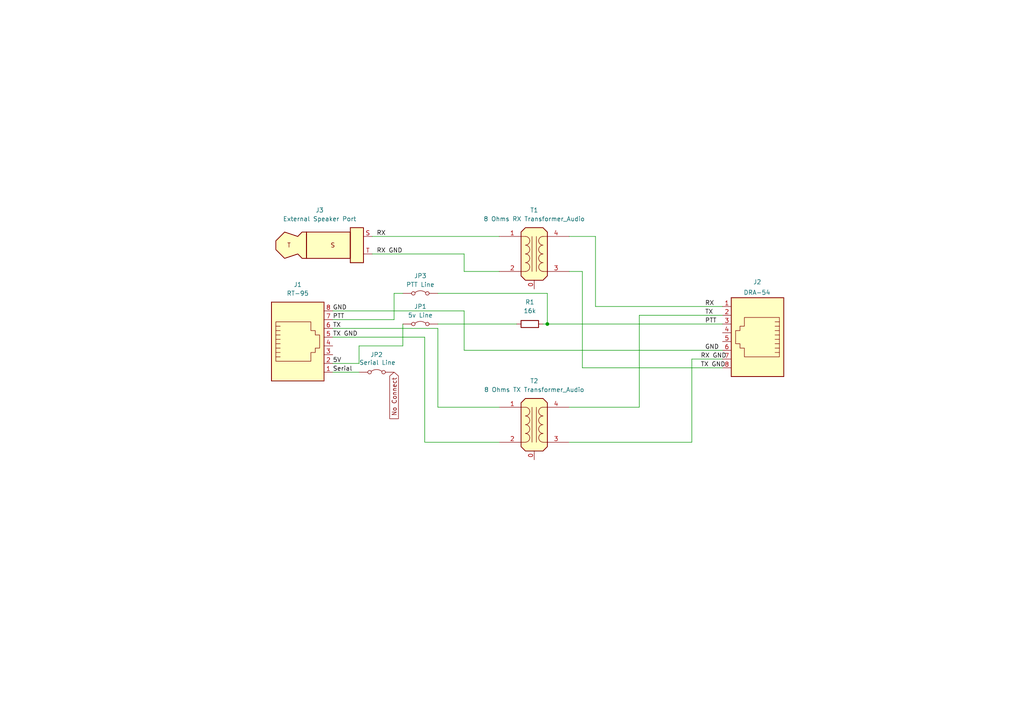
<source format=kicad_sch>
(kicad_sch
	(version 20231120)
	(generator "eeschema")
	(generator_version "8.0")
	(uuid "6dc15756-da3c-4192-ad90-485160fb1e9a")
	(paper "A4")
	(title_block
		(title "Retevis RT-95 to DRA-54 Interface")
		(date "2025-03-21")
		(rev "1")
		(company "XRS")
	)
	(lib_symbols
		(symbol "Connector:RJ45"
			(pin_names
				(offset 1.016)
			)
			(exclude_from_sim no)
			(in_bom yes)
			(on_board yes)
			(property "Reference" "J"
				(at -5.08 13.97 0)
				(effects
					(font
						(size 1.27 1.27)
					)
					(justify right)
				)
			)
			(property "Value" "RJ45"
				(at 2.54 13.97 0)
				(effects
					(font
						(size 1.27 1.27)
					)
					(justify left)
				)
			)
			(property "Footprint" ""
				(at 0 0.635 90)
				(effects
					(font
						(size 1.27 1.27)
					)
					(hide yes)
				)
			)
			(property "Datasheet" "~"
				(at 0 0.635 90)
				(effects
					(font
						(size 1.27 1.27)
					)
					(hide yes)
				)
			)
			(property "Description" "RJ connector, 8P8C (8 positions 8 connected)"
				(at 0 0 0)
				(effects
					(font
						(size 1.27 1.27)
					)
					(hide yes)
				)
			)
			(property "ki_keywords" "8P8C RJ socket connector"
				(at 0 0 0)
				(effects
					(font
						(size 1.27 1.27)
					)
					(hide yes)
				)
			)
			(property "ki_fp_filters" "8P8C* RJ31* RJ32* RJ33* RJ34* RJ35* RJ41* RJ45* RJ49* RJ61*"
				(at 0 0 0)
				(effects
					(font
						(size 1.27 1.27)
					)
					(hide yes)
				)
			)
			(symbol "RJ45_0_1"
				(polyline
					(pts
						(xy -5.08 4.445) (xy -6.35 4.445)
					)
					(stroke
						(width 0)
						(type default)
					)
					(fill
						(type none)
					)
				)
				(polyline
					(pts
						(xy -5.08 5.715) (xy -6.35 5.715)
					)
					(stroke
						(width 0)
						(type default)
					)
					(fill
						(type none)
					)
				)
				(polyline
					(pts
						(xy -6.35 -3.175) (xy -5.08 -3.175) (xy -5.08 -3.175)
					)
					(stroke
						(width 0)
						(type default)
					)
					(fill
						(type none)
					)
				)
				(polyline
					(pts
						(xy -6.35 -1.905) (xy -5.08 -1.905) (xy -5.08 -1.905)
					)
					(stroke
						(width 0)
						(type default)
					)
					(fill
						(type none)
					)
				)
				(polyline
					(pts
						(xy -6.35 -0.635) (xy -5.08 -0.635) (xy -5.08 -0.635)
					)
					(stroke
						(width 0)
						(type default)
					)
					(fill
						(type none)
					)
				)
				(polyline
					(pts
						(xy -6.35 0.635) (xy -5.08 0.635) (xy -5.08 0.635)
					)
					(stroke
						(width 0)
						(type default)
					)
					(fill
						(type none)
					)
				)
				(polyline
					(pts
						(xy -6.35 1.905) (xy -5.08 1.905) (xy -5.08 1.905)
					)
					(stroke
						(width 0)
						(type default)
					)
					(fill
						(type none)
					)
				)
				(polyline
					(pts
						(xy -5.08 3.175) (xy -6.35 3.175) (xy -6.35 3.175)
					)
					(stroke
						(width 0)
						(type default)
					)
					(fill
						(type none)
					)
				)
				(polyline
					(pts
						(xy -6.35 -4.445) (xy -6.35 6.985) (xy 3.81 6.985) (xy 3.81 4.445) (xy 5.08 4.445) (xy 5.08 3.175)
						(xy 6.35 3.175) (xy 6.35 -0.635) (xy 5.08 -0.635) (xy 5.08 -1.905) (xy 3.81 -1.905) (xy 3.81 -4.445)
						(xy -6.35 -4.445) (xy -6.35 -4.445)
					)
					(stroke
						(width 0)
						(type default)
					)
					(fill
						(type none)
					)
				)
				(rectangle
					(start 7.62 12.7)
					(end -7.62 -10.16)
					(stroke
						(width 0.254)
						(type default)
					)
					(fill
						(type background)
					)
				)
			)
			(symbol "RJ45_1_1"
				(pin passive line
					(at 10.16 -7.62 180)
					(length 2.54)
					(name "~"
						(effects
							(font
								(size 1.27 1.27)
							)
						)
					)
					(number "1"
						(effects
							(font
								(size 1.27 1.27)
							)
						)
					)
				)
				(pin passive line
					(at 10.16 -5.08 180)
					(length 2.54)
					(name "~"
						(effects
							(font
								(size 1.27 1.27)
							)
						)
					)
					(number "2"
						(effects
							(font
								(size 1.27 1.27)
							)
						)
					)
				)
				(pin passive line
					(at 10.16 -2.54 180)
					(length 2.54)
					(name "~"
						(effects
							(font
								(size 1.27 1.27)
							)
						)
					)
					(number "3"
						(effects
							(font
								(size 1.27 1.27)
							)
						)
					)
				)
				(pin passive line
					(at 10.16 0 180)
					(length 2.54)
					(name "~"
						(effects
							(font
								(size 1.27 1.27)
							)
						)
					)
					(number "4"
						(effects
							(font
								(size 1.27 1.27)
							)
						)
					)
				)
				(pin passive line
					(at 10.16 2.54 180)
					(length 2.54)
					(name "~"
						(effects
							(font
								(size 1.27 1.27)
							)
						)
					)
					(number "5"
						(effects
							(font
								(size 1.27 1.27)
							)
						)
					)
				)
				(pin passive line
					(at 10.16 5.08 180)
					(length 2.54)
					(name "~"
						(effects
							(font
								(size 1.27 1.27)
							)
						)
					)
					(number "6"
						(effects
							(font
								(size 1.27 1.27)
							)
						)
					)
				)
				(pin passive line
					(at 10.16 7.62 180)
					(length 2.54)
					(name "~"
						(effects
							(font
								(size 1.27 1.27)
							)
						)
					)
					(number "7"
						(effects
							(font
								(size 1.27 1.27)
							)
						)
					)
				)
				(pin passive line
					(at 10.16 10.16 180)
					(length 2.54)
					(name "~"
						(effects
							(font
								(size 1.27 1.27)
							)
						)
					)
					(number "8"
						(effects
							(font
								(size 1.27 1.27)
							)
						)
					)
				)
			)
		)
		(symbol "Connector_Audio:AudioPlug2"
			(exclude_from_sim no)
			(in_bom yes)
			(on_board yes)
			(property "Reference" "J"
				(at 10.16 6.35 0)
				(effects
					(font
						(size 1.27 1.27)
					)
				)
			)
			(property "Value" "AudioPlug2"
				(at 10.16 -6.35 0)
				(effects
					(font
						(size 1.27 1.27)
					)
				)
			)
			(property "Footprint" ""
				(at 8.89 -1.27 0)
				(effects
					(font
						(size 1.27 1.27)
					)
					(hide yes)
				)
			)
			(property "Datasheet" "~"
				(at 8.89 -1.27 0)
				(effects
					(font
						(size 1.27 1.27)
					)
					(hide yes)
				)
			)
			(property "Description" "Audio Jack, 2 Poles (Mono / TS)"
				(at 0 0 0)
				(effects
					(font
						(size 1.27 1.27)
					)
					(hide yes)
				)
			)
			(property "ki_keywords" "audio jack plug stereo headphones TRRS connector 2.5mm 3.5mm 6.35mm"
				(at 0 0 0)
				(effects
					(font
						(size 1.27 1.27)
					)
					(hide yes)
				)
			)
			(property "ki_fp_filters" "Plug*"
				(at 0 0 0)
				(effects
					(font
						(size 1.27 1.27)
					)
					(hide yes)
				)
			)
			(symbol "AudioPlug2_0_0"
				(text "S"
					(at 3.81 0 0)
					(effects
						(font
							(size 1.27 1.27)
						)
					)
				)
				(text "T"
					(at -8.89 0 0)
					(effects
						(font
							(size 1.27 1.27)
						)
					)
				)
			)
			(symbol "AudioPlug2_0_1"
				(rectangle
					(start -3.81 3.81)
					(end 8.89 -3.81)
					(stroke
						(width 0.254)
						(type default)
					)
					(fill
						(type background)
					)
				)
				(polyline
					(pts
						(xy -3.81 3.81) (xy -5.08 3.81) (xy -6.35 2.54) (xy -10.16 3.81) (xy -12.7 1.27) (xy -12.7 -1.27)
						(xy -10.16 -3.81) (xy -6.35 -2.54) (xy -5.08 -3.81) (xy -3.81 -3.81) (xy -3.81 3.81)
					)
					(stroke
						(width 0.254)
						(type default)
					)
					(fill
						(type background)
					)
				)
				(rectangle
					(start 12.7 5.08)
					(end 8.89 -5.08)
					(stroke
						(width 0.254)
						(type default)
					)
					(fill
						(type background)
					)
				)
			)
			(symbol "AudioPlug2_1_1"
				(pin passive line
					(at 15.24 2.54 180)
					(length 2.54)
					(name "~"
						(effects
							(font
								(size 1.27 1.27)
							)
						)
					)
					(number "S"
						(effects
							(font
								(size 1.27 1.27)
							)
						)
					)
				)
				(pin passive line
					(at 15.24 -2.54 180)
					(length 2.54)
					(name "~"
						(effects
							(font
								(size 1.27 1.27)
							)
						)
					)
					(number "T"
						(effects
							(font
								(size 1.27 1.27)
							)
						)
					)
				)
			)
		)
		(symbol "Device:R"
			(pin_numbers hide)
			(pin_names
				(offset 0)
			)
			(exclude_from_sim no)
			(in_bom yes)
			(on_board yes)
			(property "Reference" "R"
				(at 2.032 0 90)
				(effects
					(font
						(size 1.27 1.27)
					)
				)
			)
			(property "Value" "R"
				(at 0 0 90)
				(effects
					(font
						(size 1.27 1.27)
					)
				)
			)
			(property "Footprint" ""
				(at -1.778 0 90)
				(effects
					(font
						(size 1.27 1.27)
					)
					(hide yes)
				)
			)
			(property "Datasheet" "~"
				(at 0 0 0)
				(effects
					(font
						(size 1.27 1.27)
					)
					(hide yes)
				)
			)
			(property "Description" "Resistor"
				(at 0 0 0)
				(effects
					(font
						(size 1.27 1.27)
					)
					(hide yes)
				)
			)
			(property "ki_keywords" "R res resistor"
				(at 0 0 0)
				(effects
					(font
						(size 1.27 1.27)
					)
					(hide yes)
				)
			)
			(property "ki_fp_filters" "R_*"
				(at 0 0 0)
				(effects
					(font
						(size 1.27 1.27)
					)
					(hide yes)
				)
			)
			(symbol "R_0_1"
				(rectangle
					(start -1.016 -2.54)
					(end 1.016 2.54)
					(stroke
						(width 0.254)
						(type default)
					)
					(fill
						(type none)
					)
				)
			)
			(symbol "R_1_1"
				(pin passive line
					(at 0 3.81 270)
					(length 1.27)
					(name "~"
						(effects
							(font
								(size 1.27 1.27)
							)
						)
					)
					(number "1"
						(effects
							(font
								(size 1.27 1.27)
							)
						)
					)
				)
				(pin passive line
					(at 0 -3.81 90)
					(length 1.27)
					(name "~"
						(effects
							(font
								(size 1.27 1.27)
							)
						)
					)
					(number "2"
						(effects
							(font
								(size 1.27 1.27)
							)
						)
					)
				)
			)
		)
		(symbol "Device:Transformer_Audio"
			(pin_names
				(offset 1.016) hide)
			(exclude_from_sim no)
			(in_bom yes)
			(on_board yes)
			(property "Reference" "T"
				(at 0 11.684 0)
				(effects
					(font
						(size 1.27 1.27)
					)
				)
			)
			(property "Value" "Transformer_Audio"
				(at 0.254 9.398 0)
				(effects
					(font
						(size 1.27 1.27)
					)
				)
			)
			(property "Footprint" ""
				(at 0 0 0)
				(effects
					(font
						(size 1.27 1.27)
					)
					(hide yes)
				)
			)
			(property "Datasheet" "~"
				(at 0 0 0)
				(effects
					(font
						(size 1.27 1.27)
					)
					(hide yes)
				)
			)
			(property "Description" "Audio transformer"
				(at 0 0 0)
				(effects
					(font
						(size 1.27 1.27)
					)
					(hide yes)
				)
			)
			(property "ki_keywords" "transformer coil magnet sound"
				(at 0 0 0)
				(effects
					(font
						(size 1.27 1.27)
					)
					(hide yes)
				)
			)
			(symbol "Transformer_Audio_0_1"
				(arc
					(start -2.54 -5.0546)
					(mid -1.6599 -4.6901)
					(end -1.27 -3.81)
					(stroke
						(width 0)
						(type default)
					)
					(fill
						(type none)
					)
				)
				(arc
					(start -2.54 -2.5146)
					(mid -1.6599 -2.1501)
					(end -1.27 -1.27)
					(stroke
						(width 0)
						(type default)
					)
					(fill
						(type none)
					)
				)
				(arc
					(start -2.54 0.0254)
					(mid -1.6599 0.3899)
					(end -1.27 1.27)
					(stroke
						(width 0)
						(type default)
					)
					(fill
						(type none)
					)
				)
				(arc
					(start -2.54 2.5654)
					(mid -1.6599 2.9299)
					(end -1.27 3.81)
					(stroke
						(width 0)
						(type default)
					)
					(fill
						(type none)
					)
				)
				(arc
					(start -1.27 -3.81)
					(mid -1.642 -2.912)
					(end -2.54 -2.54)
					(stroke
						(width 0)
						(type default)
					)
					(fill
						(type none)
					)
				)
				(arc
					(start -1.27 -1.27)
					(mid -1.642 -0.372)
					(end -2.54 0)
					(stroke
						(width 0)
						(type default)
					)
					(fill
						(type none)
					)
				)
				(arc
					(start -1.27 1.27)
					(mid -1.642 2.168)
					(end -2.54 2.54)
					(stroke
						(width 0)
						(type default)
					)
					(fill
						(type none)
					)
				)
				(arc
					(start -1.27 3.81)
					(mid -1.642 4.708)
					(end -2.54 5.08)
					(stroke
						(width 0)
						(type default)
					)
					(fill
						(type none)
					)
				)
				(polyline
					(pts
						(xy -0.635 5.08) (xy -0.635 -5.08)
					)
					(stroke
						(width 0)
						(type default)
					)
					(fill
						(type none)
					)
				)
				(polyline
					(pts
						(xy 0.635 -5.08) (xy 0.635 5.08)
					)
					(stroke
						(width 0)
						(type default)
					)
					(fill
						(type none)
					)
				)
				(polyline
					(pts
						(xy -3.81 6.35) (xy -2.54 7.62) (xy 2.54 7.62) (xy 3.81 6.35) (xy 3.81 -6.35) (xy 2.54 -7.62)
						(xy -2.54 -7.62) (xy -3.81 -6.35) (xy -3.81 6.35)
					)
					(stroke
						(width 0.254)
						(type default)
					)
					(fill
						(type background)
					)
				)
				(arc
					(start 1.2954 -1.27)
					(mid 1.6599 -2.1501)
					(end 2.54 -2.5146)
					(stroke
						(width 0)
						(type default)
					)
					(fill
						(type none)
					)
				)
				(arc
					(start 1.2954 1.27)
					(mid 1.6599 0.3899)
					(end 2.54 0.0254)
					(stroke
						(width 0)
						(type default)
					)
					(fill
						(type none)
					)
				)
				(arc
					(start 1.2954 3.81)
					(mid 1.6599 2.9299)
					(end 2.54 2.5654)
					(stroke
						(width 0)
						(type default)
					)
					(fill
						(type none)
					)
				)
				(arc
					(start 1.3208 -3.81)
					(mid 1.6853 -4.6901)
					(end 2.5654 -5.0546)
					(stroke
						(width 0)
						(type default)
					)
					(fill
						(type none)
					)
				)
				(arc
					(start 2.54 0)
					(mid 1.642 -0.372)
					(end 1.2954 -1.27)
					(stroke
						(width 0)
						(type default)
					)
					(fill
						(type none)
					)
				)
				(arc
					(start 2.54 2.54)
					(mid 1.642 2.168)
					(end 1.2954 1.27)
					(stroke
						(width 0)
						(type default)
					)
					(fill
						(type none)
					)
				)
				(arc
					(start 2.54 5.08)
					(mid 1.642 4.708)
					(end 1.2954 3.81)
					(stroke
						(width 0)
						(type default)
					)
					(fill
						(type none)
					)
				)
				(arc
					(start 2.5654 -2.54)
					(mid 1.6674 -2.912)
					(end 1.3208 -3.81)
					(stroke
						(width 0)
						(type default)
					)
					(fill
						(type none)
					)
				)
			)
			(symbol "Transformer_Audio_1_1"
				(pin input line
					(at 0 -10.16 90)
					(length 2.54)
					(name "~"
						(effects
							(font
								(size 1.27 1.27)
							)
						)
					)
					(number "0"
						(effects
							(font
								(size 1.27 1.27)
							)
						)
					)
				)
				(pin passive line
					(at -10.16 5.08 0)
					(length 7.62)
					(name "AA"
						(effects
							(font
								(size 1.27 1.27)
							)
						)
					)
					(number "1"
						(effects
							(font
								(size 1.27 1.27)
							)
						)
					)
				)
				(pin passive line
					(at -10.16 -5.08 0)
					(length 7.62)
					(name "AB"
						(effects
							(font
								(size 1.27 1.27)
							)
						)
					)
					(number "2"
						(effects
							(font
								(size 1.27 1.27)
							)
						)
					)
				)
				(pin passive line
					(at 10.16 -5.08 180)
					(length 7.62)
					(name "SA"
						(effects
							(font
								(size 1.27 1.27)
							)
						)
					)
					(number "3"
						(effects
							(font
								(size 1.27 1.27)
							)
						)
					)
				)
				(pin passive line
					(at 10.16 5.08 180)
					(length 7.62)
					(name "SB"
						(effects
							(font
								(size 1.27 1.27)
							)
						)
					)
					(number "4"
						(effects
							(font
								(size 1.27 1.27)
							)
						)
					)
				)
			)
		)
		(symbol "Jumper:Jumper_2_Bridged"
			(pin_numbers hide)
			(pin_names
				(offset 0) hide)
			(exclude_from_sim yes)
			(in_bom yes)
			(on_board yes)
			(property "Reference" "JP"
				(at 0 1.905 0)
				(effects
					(font
						(size 1.27 1.27)
					)
				)
			)
			(property "Value" "Jumper_2_Bridged"
				(at 0 -2.54 0)
				(effects
					(font
						(size 1.27 1.27)
					)
				)
			)
			(property "Footprint" ""
				(at 0 0 0)
				(effects
					(font
						(size 1.27 1.27)
					)
					(hide yes)
				)
			)
			(property "Datasheet" "~"
				(at 0 0 0)
				(effects
					(font
						(size 1.27 1.27)
					)
					(hide yes)
				)
			)
			(property "Description" "Jumper, 2-pole, closed/bridged"
				(at 0 0 0)
				(effects
					(font
						(size 1.27 1.27)
					)
					(hide yes)
				)
			)
			(property "ki_keywords" "Jumper SPST"
				(at 0 0 0)
				(effects
					(font
						(size 1.27 1.27)
					)
					(hide yes)
				)
			)
			(property "ki_fp_filters" "Jumper* TestPoint*2Pads* TestPoint*Bridge*"
				(at 0 0 0)
				(effects
					(font
						(size 1.27 1.27)
					)
					(hide yes)
				)
			)
			(symbol "Jumper_2_Bridged_0_0"
				(circle
					(center -2.032 0)
					(radius 0.508)
					(stroke
						(width 0)
						(type default)
					)
					(fill
						(type none)
					)
				)
				(circle
					(center 2.032 0)
					(radius 0.508)
					(stroke
						(width 0)
						(type default)
					)
					(fill
						(type none)
					)
				)
			)
			(symbol "Jumper_2_Bridged_0_1"
				(arc
					(start 1.524 0.254)
					(mid 0 0.762)
					(end -1.524 0.254)
					(stroke
						(width 0)
						(type default)
					)
					(fill
						(type none)
					)
				)
			)
			(symbol "Jumper_2_Bridged_1_1"
				(pin passive line
					(at -5.08 0 0)
					(length 2.54)
					(name "A"
						(effects
							(font
								(size 1.27 1.27)
							)
						)
					)
					(number "1"
						(effects
							(font
								(size 1.27 1.27)
							)
						)
					)
				)
				(pin passive line
					(at 5.08 0 180)
					(length 2.54)
					(name "B"
						(effects
							(font
								(size 1.27 1.27)
							)
						)
					)
					(number "2"
						(effects
							(font
								(size 1.27 1.27)
							)
						)
					)
				)
			)
		)
	)
	(junction
		(at 158.75 93.98)
		(diameter 0)
		(color 0 0 0 0)
		(uuid "998ac2b6-0387-4074-b90f-11fd805516c9")
	)
	(wire
		(pts
			(xy 96.52 97.79) (xy 123.19 97.79)
		)
		(stroke
			(width 0)
			(type default)
		)
		(uuid "04e8c63d-753d-46de-8c23-244060755b41")
	)
	(wire
		(pts
			(xy 104.14 100.33) (xy 116.84 100.33)
		)
		(stroke
			(width 0)
			(type default)
		)
		(uuid "050c7184-95ab-4dbe-8db1-f3afad8f9156")
	)
	(wire
		(pts
			(xy 127 95.25) (xy 127 118.11)
		)
		(stroke
			(width 0)
			(type default)
		)
		(uuid "0e1a1774-3360-4c11-bcca-e3ba6ee792c8")
	)
	(wire
		(pts
			(xy 165.1 78.74) (xy 168.91 78.74)
		)
		(stroke
			(width 0)
			(type default)
		)
		(uuid "0e2623ed-3940-4507-ab46-513331a674e2")
	)
	(wire
		(pts
			(xy 96.52 107.95) (xy 104.14 107.95)
		)
		(stroke
			(width 0)
			(type default)
		)
		(uuid "2aa72e32-12db-4486-81d3-5743dd3eb8b4")
	)
	(wire
		(pts
			(xy 209.55 88.9) (xy 172.72 88.9)
		)
		(stroke
			(width 0)
			(type default)
		)
		(uuid "3d9170da-e54d-4184-88d4-abecaaa59b78")
	)
	(wire
		(pts
			(xy 134.62 78.74) (xy 144.78 78.74)
		)
		(stroke
			(width 0)
			(type default)
		)
		(uuid "3e970ef6-757f-4eaa-a1ac-26a8a62e654a")
	)
	(wire
		(pts
			(xy 185.42 91.44) (xy 209.55 91.44)
		)
		(stroke
			(width 0)
			(type default)
		)
		(uuid "477c1999-3c09-4846-a5dd-24e774685b00")
	)
	(wire
		(pts
			(xy 158.75 85.09) (xy 158.75 93.98)
		)
		(stroke
			(width 0)
			(type default)
		)
		(uuid "49012201-8001-4dab-92e5-19d83fbe6fdf")
	)
	(wire
		(pts
			(xy 96.52 92.71) (xy 114.3 92.71)
		)
		(stroke
			(width 0)
			(type default)
		)
		(uuid "4af953fc-5107-4b95-a587-80003fafd7ce")
	)
	(wire
		(pts
			(xy 96.52 90.17) (xy 134.62 90.17)
		)
		(stroke
			(width 0)
			(type default)
		)
		(uuid "4d6f7713-dd89-4391-bc02-926550ccf8b5")
	)
	(wire
		(pts
			(xy 96.52 95.25) (xy 127 95.25)
		)
		(stroke
			(width 0)
			(type default)
		)
		(uuid "4f2f05e9-da93-4236-98f6-1db30bee43e4")
	)
	(wire
		(pts
			(xy 107.95 73.66) (xy 134.62 73.66)
		)
		(stroke
			(width 0)
			(type default)
		)
		(uuid "4f394a11-43c6-42df-a0b7-d769476ba92f")
	)
	(wire
		(pts
			(xy 134.62 73.66) (xy 134.62 78.74)
		)
		(stroke
			(width 0)
			(type default)
		)
		(uuid "576edfe5-5b7f-4fe3-82b1-30fbf9cd8798")
	)
	(wire
		(pts
			(xy 134.62 101.6) (xy 209.55 101.6)
		)
		(stroke
			(width 0)
			(type default)
		)
		(uuid "5d01fda7-8582-4fb3-9e9a-7a7f3f5998ae")
	)
	(wire
		(pts
			(xy 172.72 88.9) (xy 172.72 68.58)
		)
		(stroke
			(width 0)
			(type default)
		)
		(uuid "5ee17e38-e88f-4c04-b9ab-051425cf0476")
	)
	(wire
		(pts
			(xy 168.91 106.68) (xy 209.55 106.68)
		)
		(stroke
			(width 0)
			(type default)
		)
		(uuid "61606b49-1cdd-426b-87e9-23a400af713c")
	)
	(wire
		(pts
			(xy 168.91 78.74) (xy 168.91 106.68)
		)
		(stroke
			(width 0)
			(type default)
		)
		(uuid "6e40f058-235d-429b-a171-ec3cfe6ba23c")
	)
	(wire
		(pts
			(xy 116.84 100.33) (xy 116.84 93.98)
		)
		(stroke
			(width 0)
			(type default)
		)
		(uuid "785fb635-0746-4a45-9e4c-a43369204026")
	)
	(wire
		(pts
			(xy 114.3 92.71) (xy 114.3 85.09)
		)
		(stroke
			(width 0)
			(type default)
		)
		(uuid "85693d80-32c7-4de1-a3ea-c4608ccf2ff1")
	)
	(wire
		(pts
			(xy 200.66 128.27) (xy 200.66 104.14)
		)
		(stroke
			(width 0)
			(type default)
		)
		(uuid "85d91d2d-9b00-45ab-a7ef-b2990ae92149")
	)
	(wire
		(pts
			(xy 158.75 93.98) (xy 209.55 93.98)
		)
		(stroke
			(width 0)
			(type default)
		)
		(uuid "8738a591-21f1-4343-b795-592e3ba1eca9")
	)
	(wire
		(pts
			(xy 114.3 85.09) (xy 116.84 85.09)
		)
		(stroke
			(width 0)
			(type default)
		)
		(uuid "9784c7c8-e4f3-4b0b-89f7-9ce42f30c2c5")
	)
	(wire
		(pts
			(xy 123.19 97.79) (xy 123.19 128.27)
		)
		(stroke
			(width 0)
			(type default)
		)
		(uuid "982e6669-3c69-40d8-9821-b4c6ac367b39")
	)
	(wire
		(pts
			(xy 165.1 128.27) (xy 200.66 128.27)
		)
		(stroke
			(width 0)
			(type default)
		)
		(uuid "9904d6eb-4358-4b30-9dfc-c2e4cd36e8de")
	)
	(wire
		(pts
			(xy 96.52 105.41) (xy 104.14 105.41)
		)
		(stroke
			(width 0)
			(type default)
		)
		(uuid "9fc28aa0-74f8-4804-9904-ec7044b83e8d")
	)
	(wire
		(pts
			(xy 107.95 68.58) (xy 144.78 68.58)
		)
		(stroke
			(width 0)
			(type default)
		)
		(uuid "b23b311f-705d-4693-8be1-4205174929a5")
	)
	(wire
		(pts
			(xy 127 118.11) (xy 144.78 118.11)
		)
		(stroke
			(width 0)
			(type default)
		)
		(uuid "b6d8acbc-0a96-4b22-86f3-c47c89615eaa")
	)
	(wire
		(pts
			(xy 165.1 118.11) (xy 185.42 118.11)
		)
		(stroke
			(width 0)
			(type default)
		)
		(uuid "bdbafc44-4f4b-4319-9bfb-d57dec1fb6be")
	)
	(wire
		(pts
			(xy 134.62 101.6) (xy 134.62 90.17)
		)
		(stroke
			(width 0)
			(type default)
		)
		(uuid "c3607cfc-44a8-4296-9476-968a33e7f8c1")
	)
	(wire
		(pts
			(xy 157.48 93.98) (xy 158.75 93.98)
		)
		(stroke
			(width 0)
			(type default)
		)
		(uuid "d54888f5-3df1-474c-8cf5-4a08922c78e9")
	)
	(wire
		(pts
			(xy 127 93.98) (xy 149.86 93.98)
		)
		(stroke
			(width 0)
			(type default)
		)
		(uuid "d9d3e797-16bd-4202-81f8-71882374c103")
	)
	(wire
		(pts
			(xy 123.19 128.27) (xy 144.78 128.27)
		)
		(stroke
			(width 0)
			(type default)
		)
		(uuid "de9ead35-550e-4753-b576-66b723d54df9")
	)
	(wire
		(pts
			(xy 185.42 118.11) (xy 185.42 91.44)
		)
		(stroke
			(width 0)
			(type default)
		)
		(uuid "df8b0528-5514-4938-94c5-91159bb78628")
	)
	(wire
		(pts
			(xy 200.66 104.14) (xy 209.55 104.14)
		)
		(stroke
			(width 0)
			(type default)
		)
		(uuid "ea44ef6f-61bc-4abe-a3ea-339184e03e22")
	)
	(wire
		(pts
			(xy 104.14 105.41) (xy 104.14 100.33)
		)
		(stroke
			(width 0)
			(type default)
		)
		(uuid "ee173569-eca0-46ed-8641-84a118551272")
	)
	(wire
		(pts
			(xy 165.1 68.58) (xy 172.72 68.58)
		)
		(stroke
			(width 0)
			(type default)
		)
		(uuid "f50f5112-a631-4019-ba74-e5f070e89afc")
	)
	(wire
		(pts
			(xy 127 85.09) (xy 158.75 85.09)
		)
		(stroke
			(width 0)
			(type default)
		)
		(uuid "fbedd6f1-b4b9-4f00-bc62-4515e0dbe818")
	)
	(label "RX GND"
		(at 109.22 73.66 0)
		(fields_autoplaced yes)
		(effects
			(font
				(size 1.27 1.27)
			)
			(justify left bottom)
		)
		(uuid "07deec7e-b417-42c5-97e6-3213f7e33ac4")
	)
	(label "PTT"
		(at 96.52 92.71 0)
		(fields_autoplaced yes)
		(effects
			(font
				(size 1.27 1.27)
			)
			(justify left bottom)
		)
		(uuid "11d79bd9-c885-4808-b4bd-d54093b1da30")
	)
	(label "TX GND"
		(at 203.2 106.68 0)
		(fields_autoplaced yes)
		(effects
			(font
				(size 1.27 1.27)
			)
			(justify left bottom)
		)
		(uuid "1a83570f-68f2-4fd4-9a2a-0f33a1c16130")
	)
	(label "RX GND"
		(at 203.2 104.14 0)
		(fields_autoplaced yes)
		(effects
			(font
				(size 1.27 1.27)
			)
			(justify left bottom)
		)
		(uuid "248065c2-47ef-418f-b9f6-05a5117b4daa")
	)
	(label "RX"
		(at 109.22 68.58 0)
		(fields_autoplaced yes)
		(effects
			(font
				(size 1.27 1.27)
			)
			(justify left bottom)
		)
		(uuid "2eb3f7db-8a56-4ff6-9bb4-d7f6ba3e16a2")
	)
	(label "5V"
		(at 96.52 105.41 0)
		(fields_autoplaced yes)
		(effects
			(font
				(size 1.27 1.27)
			)
			(justify left bottom)
		)
		(uuid "2ec99499-9ea8-486d-8a65-207413ffe9a7")
	)
	(label "TX"
		(at 204.47 91.44 0)
		(fields_autoplaced yes)
		(effects
			(font
				(size 1.27 1.27)
			)
			(justify left bottom)
		)
		(uuid "4edffcbc-2e28-4544-b77c-16b7035d16f4")
	)
	(label "TX"
		(at 96.52 95.25 0)
		(fields_autoplaced yes)
		(effects
			(font
				(size 1.27 1.27)
			)
			(justify left bottom)
		)
		(uuid "7d72b3e3-0d2e-479f-8887-3a3b0997cee5")
	)
	(label "Serial"
		(at 96.52 107.95 0)
		(fields_autoplaced yes)
		(effects
			(font
				(size 1.27 1.27)
			)
			(justify left bottom)
		)
		(uuid "a4f8ff4f-c362-40ea-b415-48a0fa507bc1")
	)
	(label "TX GND"
		(at 96.52 97.79 0)
		(fields_autoplaced yes)
		(effects
			(font
				(size 1.27 1.27)
			)
			(justify left bottom)
		)
		(uuid "ac1ab8a7-5e98-4028-a434-281846ed3761")
	)
	(label "GND"
		(at 96.52 90.17 0)
		(fields_autoplaced yes)
		(effects
			(font
				(size 1.27 1.27)
			)
			(justify left bottom)
		)
		(uuid "ac7ac4e6-139b-4749-90de-01980c998493")
	)
	(label "RX"
		(at 204.47 88.9 0)
		(fields_autoplaced yes)
		(effects
			(font
				(size 1.27 1.27)
			)
			(justify left bottom)
		)
		(uuid "b7ff734e-abfa-4097-876a-d99a4e9426f5")
	)
	(label "GND"
		(at 204.47 101.6 0)
		(fields_autoplaced yes)
		(effects
			(font
				(size 1.27 1.27)
			)
			(justify left bottom)
		)
		(uuid "b8f87afa-3b39-4852-9ee6-16bd26cfa132")
	)
	(label "PTT"
		(at 204.47 93.98 0)
		(fields_autoplaced yes)
		(effects
			(font
				(size 1.27 1.27)
			)
			(justify left bottom)
		)
		(uuid "ee317c54-c91f-43a0-bb1b-9853b111149f")
	)
	(global_label "No Connect"
		(shape input)
		(at 114.3 107.95 270)
		(fields_autoplaced yes)
		(effects
			(font
				(size 1.27 1.27)
			)
			(justify right)
		)
		(uuid "b2e72077-9d0f-4ce4-afe4-8d1551e73a9c")
		(property "Intersheetrefs" "${INTERSHEET_REFS}"
			(at 114.3 122.0022 90)
			(effects
				(font
					(size 1.27 1.27)
				)
				(justify right)
				(hide yes)
			)
		)
	)
	(symbol
		(lib_id "Device:Transformer_Audio")
		(at 154.94 73.66 0)
		(unit 1)
		(exclude_from_sim no)
		(in_bom yes)
		(on_board yes)
		(dnp no)
		(fields_autoplaced yes)
		(uuid "4d5dd004-5569-4374-8d08-1d0518b7c098")
		(property "Reference" "T1"
			(at 154.94 60.96 0)
			(effects
				(font
					(size 1.27 1.27)
				)
			)
		)
		(property "Value" "8 Ohms RX Transformer_Audio"
			(at 154.94 63.5 0)
			(effects
				(font
					(size 1.27 1.27)
				)
			)
		)
		(property "Footprint" ""
			(at 154.94 73.66 0)
			(effects
				(font
					(size 1.27 1.27)
				)
				(hide yes)
			)
		)
		(property "Datasheet" "~"
			(at 154.94 73.66 0)
			(effects
				(font
					(size 1.27 1.27)
				)
				(hide yes)
			)
		)
		(property "Description" "Audio transformer"
			(at 154.94 73.66 0)
			(effects
				(font
					(size 1.27 1.27)
				)
				(hide yes)
			)
		)
		(pin "3"
			(uuid "2c62deed-11cc-44ae-aa92-775ad838239d")
		)
		(pin "4"
			(uuid "8b591dcf-7cb5-458c-a48f-fe049ac6553e")
		)
		(pin "0"
			(uuid "ad7c3674-88c2-45c1-8913-6a1bd26fadc1")
		)
		(pin "1"
			(uuid "513b7807-aa4a-472d-bdd3-fffafad2adbe")
		)
		(pin "2"
			(uuid "18552049-0387-4f43-a1dc-c8bc3b8e1c9d")
		)
		(instances
			(project ""
				(path "/6dc15756-da3c-4192-ad90-485160fb1e9a"
					(reference "T1")
					(unit 1)
				)
			)
		)
	)
	(symbol
		(lib_id "Connector_Audio:AudioPlug2")
		(at 92.71 71.12 0)
		(unit 1)
		(exclude_from_sim no)
		(in_bom yes)
		(on_board yes)
		(dnp no)
		(fields_autoplaced yes)
		(uuid "7d46cdb1-1f90-4889-a0aa-0fa7a5f0da1f")
		(property "Reference" "J3"
			(at 92.71 60.96 0)
			(effects
				(font
					(size 1.27 1.27)
				)
			)
		)
		(property "Value" "External Speaker Port"
			(at 92.71 63.5 0)
			(effects
				(font
					(size 1.27 1.27)
				)
			)
		)
		(property "Footprint" ""
			(at 101.6 72.39 0)
			(effects
				(font
					(size 1.27 1.27)
				)
				(hide yes)
			)
		)
		(property "Datasheet" "~"
			(at 101.6 72.39 0)
			(effects
				(font
					(size 1.27 1.27)
				)
				(hide yes)
			)
		)
		(property "Description" "Audio Jack, 2 Poles (Mono / TS)"
			(at 92.71 71.12 0)
			(effects
				(font
					(size 1.27 1.27)
				)
				(hide yes)
			)
		)
		(pin "S"
			(uuid "640b5adb-80d6-407f-92d1-4c9c60f2c30b")
		)
		(pin "T"
			(uuid "e45d7150-638f-447f-ae6d-c09aa5a3cebd")
		)
		(instances
			(project ""
				(path "/6dc15756-da3c-4192-ad90-485160fb1e9a"
					(reference "J3")
					(unit 1)
				)
			)
		)
	)
	(symbol
		(lib_id "Device:Transformer_Audio")
		(at 154.94 123.19 0)
		(unit 1)
		(exclude_from_sim no)
		(in_bom yes)
		(on_board yes)
		(dnp no)
		(fields_autoplaced yes)
		(uuid "7fae8425-adf2-4cf4-a903-6612c0950c76")
		(property "Reference" "T2"
			(at 154.94 110.49 0)
			(effects
				(font
					(size 1.27 1.27)
				)
			)
		)
		(property "Value" "8 Ohms TX Transformer_Audio"
			(at 154.94 113.03 0)
			(effects
				(font
					(size 1.27 1.27)
				)
			)
		)
		(property "Footprint" ""
			(at 154.94 123.19 0)
			(effects
				(font
					(size 1.27 1.27)
				)
				(hide yes)
			)
		)
		(property "Datasheet" "~"
			(at 154.94 123.19 0)
			(effects
				(font
					(size 1.27 1.27)
				)
				(hide yes)
			)
		)
		(property "Description" "Audio transformer"
			(at 154.94 123.19 0)
			(effects
				(font
					(size 1.27 1.27)
				)
				(hide yes)
			)
		)
		(pin "3"
			(uuid "58dff43e-22ca-42b8-b116-9c2a9cc9ef10")
		)
		(pin "4"
			(uuid "bee353db-2259-4500-a9f2-192ea73f96fb")
		)
		(pin "0"
			(uuid "62618cf5-f523-4554-806e-f326cc3d99f1")
		)
		(pin "1"
			(uuid "3a7cfe88-7cdb-491c-9aa0-3b19733c53e9")
		)
		(pin "2"
			(uuid "b63093df-c78f-4f08-91a2-0ab5576246e4")
		)
		(instances
			(project "RT-95interface"
				(path "/6dc15756-da3c-4192-ad90-485160fb1e9a"
					(reference "T2")
					(unit 1)
				)
			)
		)
	)
	(symbol
		(lib_id "Connector:RJ45")
		(at 86.36 100.33 0)
		(unit 1)
		(exclude_from_sim no)
		(in_bom yes)
		(on_board yes)
		(dnp no)
		(fields_autoplaced yes)
		(uuid "8116c3a8-77f7-4d31-aa40-786d150f503d")
		(property "Reference" "J1"
			(at 86.36 82.55 0)
			(effects
				(font
					(size 1.27 1.27)
				)
			)
		)
		(property "Value" "RT-95"
			(at 86.36 85.09 0)
			(effects
				(font
					(size 1.27 1.27)
				)
			)
		)
		(property "Footprint" ""
			(at 86.36 99.695 90)
			(effects
				(font
					(size 1.27 1.27)
				)
				(hide yes)
			)
		)
		(property "Datasheet" "~"
			(at 86.36 99.695 90)
			(effects
				(font
					(size 1.27 1.27)
				)
				(hide yes)
			)
		)
		(property "Description" "RJ connector, 8P8C (8 positions 8 connected)"
			(at 86.36 100.33 0)
			(effects
				(font
					(size 1.27 1.27)
				)
				(hide yes)
			)
		)
		(pin "3"
			(uuid "35af77c8-d809-4fe3-8f2a-152f270aea49")
		)
		(pin "6"
			(uuid "292bcedd-3bc9-4074-8884-b9e934f03c20")
		)
		(pin "8"
			(uuid "6b94b7fe-9f0c-4a82-bc6a-d93f54f6e835")
		)
		(pin "7"
			(uuid "56326cb3-a406-47cf-a788-012c9dd366ee")
		)
		(pin "4"
			(uuid "5cadaf9c-6e9b-4092-9bf8-f3c3c09ca25e")
		)
		(pin "5"
			(uuid "9291b7cb-950a-4131-a92d-4b5cd1d7d89c")
		)
		(pin "1"
			(uuid "0c93af8a-d6f8-4a87-8581-0efa3d6e113b")
		)
		(pin "2"
			(uuid "b5a7edb6-81c8-4ecd-bfdf-82f3f02723e9")
		)
		(instances
			(project ""
				(path "/6dc15756-da3c-4192-ad90-485160fb1e9a"
					(reference "J1")
					(unit 1)
				)
			)
		)
	)
	(symbol
		(lib_id "Device:R")
		(at 153.67 93.98 90)
		(unit 1)
		(exclude_from_sim no)
		(in_bom yes)
		(on_board yes)
		(dnp no)
		(fields_autoplaced yes)
		(uuid "8b6c50f2-08a8-4eb5-a623-7a9e2014fba0")
		(property "Reference" "R1"
			(at 153.67 87.63 90)
			(effects
				(font
					(size 1.27 1.27)
				)
			)
		)
		(property "Value" "16k"
			(at 153.67 90.17 90)
			(effects
				(font
					(size 1.27 1.27)
				)
			)
		)
		(property "Footprint" ""
			(at 153.67 95.758 90)
			(effects
				(font
					(size 1.27 1.27)
				)
				(hide yes)
			)
		)
		(property "Datasheet" "~"
			(at 153.67 93.98 0)
			(effects
				(font
					(size 1.27 1.27)
				)
				(hide yes)
			)
		)
		(property "Description" "Resistor"
			(at 153.67 93.98 0)
			(effects
				(font
					(size 1.27 1.27)
				)
				(hide yes)
			)
		)
		(pin "1"
			(uuid "d656ab41-ac58-48c6-87e9-b60dc9d1d639")
		)
		(pin "2"
			(uuid "84c40b86-02dc-42f2-b7f5-7db8f92d4ba4")
		)
		(instances
			(project ""
				(path "/6dc15756-da3c-4192-ad90-485160fb1e9a"
					(reference "R1")
					(unit 1)
				)
			)
		)
	)
	(symbol
		(lib_id "Jumper:Jumper_2_Bridged")
		(at 121.92 93.98 0)
		(unit 1)
		(exclude_from_sim yes)
		(in_bom yes)
		(on_board yes)
		(dnp no)
		(fields_autoplaced yes)
		(uuid "a6c7dd6e-1c5f-4d4b-ab6b-62be3c302c4b")
		(property "Reference" "JP1"
			(at 121.92 88.9 0)
			(effects
				(font
					(size 1.27 1.27)
				)
			)
		)
		(property "Value" "5v Line"
			(at 121.92 91.44 0)
			(effects
				(font
					(size 1.27 1.27)
				)
			)
		)
		(property "Footprint" ""
			(at 121.92 93.98 0)
			(effects
				(font
					(size 1.27 1.27)
				)
				(hide yes)
			)
		)
		(property "Datasheet" "~"
			(at 121.92 93.98 0)
			(effects
				(font
					(size 1.27 1.27)
				)
				(hide yes)
			)
		)
		(property "Description" "Jumper, 2-pole, closed/bridged"
			(at 121.92 93.98 0)
			(effects
				(font
					(size 1.27 1.27)
				)
				(hide yes)
			)
		)
		(pin "2"
			(uuid "dbd181ac-07f4-44df-ba1e-00206b5b9bc5")
		)
		(pin "1"
			(uuid "59eaeec2-5787-4cb3-8423-2f0173c860d7")
		)
		(instances
			(project ""
				(path "/6dc15756-da3c-4192-ad90-485160fb1e9a"
					(reference "JP1")
					(unit 1)
				)
			)
		)
	)
	(symbol
		(lib_id "Jumper:Jumper_2_Bridged")
		(at 109.22 107.95 0)
		(unit 1)
		(exclude_from_sim yes)
		(in_bom yes)
		(on_board yes)
		(dnp no)
		(uuid "c1d45c0d-5769-4506-9cdc-123f4be587b9")
		(property "Reference" "JP2"
			(at 109.22 102.87 0)
			(effects
				(font
					(size 1.27 1.27)
				)
			)
		)
		(property "Value" "Serial Line"
			(at 109.474 105.156 0)
			(effects
				(font
					(size 1.27 1.27)
				)
			)
		)
		(property "Footprint" ""
			(at 109.22 107.95 0)
			(effects
				(font
					(size 1.27 1.27)
				)
				(hide yes)
			)
		)
		(property "Datasheet" "~"
			(at 109.22 107.95 0)
			(effects
				(font
					(size 1.27 1.27)
				)
				(hide yes)
			)
		)
		(property "Description" "Jumper, 2-pole, closed/bridged"
			(at 109.22 107.95 0)
			(effects
				(font
					(size 1.27 1.27)
				)
				(hide yes)
			)
		)
		(pin "2"
			(uuid "757b0330-dc7a-42ef-bde6-12a98c5f4113")
		)
		(pin "1"
			(uuid "12e6abbb-7cfe-446f-8bce-33cd343daba9")
		)
		(instances
			(project "RT-95interface"
				(path "/6dc15756-da3c-4192-ad90-485160fb1e9a"
					(reference "JP2")
					(unit 1)
				)
			)
		)
	)
	(symbol
		(lib_id "Jumper:Jumper_2_Bridged")
		(at 121.92 85.09 0)
		(unit 1)
		(exclude_from_sim yes)
		(in_bom yes)
		(on_board yes)
		(dnp no)
		(fields_autoplaced yes)
		(uuid "cf9f2741-11cd-43df-84b3-4af926082109")
		(property "Reference" "JP3"
			(at 121.92 80.01 0)
			(effects
				(font
					(size 1.27 1.27)
				)
			)
		)
		(property "Value" "PTT Line"
			(at 121.92 82.55 0)
			(effects
				(font
					(size 1.27 1.27)
				)
			)
		)
		(property "Footprint" ""
			(at 121.92 85.09 0)
			(effects
				(font
					(size 1.27 1.27)
				)
				(hide yes)
			)
		)
		(property "Datasheet" "~"
			(at 121.92 85.09 0)
			(effects
				(font
					(size 1.27 1.27)
				)
				(hide yes)
			)
		)
		(property "Description" "Jumper, 2-pole, closed/bridged"
			(at 121.92 85.09 0)
			(effects
				(font
					(size 1.27 1.27)
				)
				(hide yes)
			)
		)
		(pin "2"
			(uuid "2a51b0cd-d71c-413c-97ca-9bea658c5f8e")
		)
		(pin "1"
			(uuid "3199acbf-b8ce-456b-a2fd-cbc58757bb64")
		)
		(instances
			(project "RT-95interface"
				(path "/6dc15756-da3c-4192-ad90-485160fb1e9a"
					(reference "JP3")
					(unit 1)
				)
			)
		)
	)
	(symbol
		(lib_id "Connector:RJ45")
		(at 219.71 96.52 180)
		(unit 1)
		(exclude_from_sim no)
		(in_bom yes)
		(on_board yes)
		(dnp no)
		(uuid "f65701ea-ca8c-48d5-8047-c4f9db0acb90")
		(property "Reference" "J2"
			(at 218.44 81.788 0)
			(effects
				(font
					(size 1.27 1.27)
				)
				(justify right)
			)
		)
		(property "Value" "DRA-54"
			(at 215.646 84.836 0)
			(effects
				(font
					(size 1.27 1.27)
				)
				(justify right)
			)
		)
		(property "Footprint" ""
			(at 219.71 97.155 90)
			(effects
				(font
					(size 1.27 1.27)
				)
				(hide yes)
			)
		)
		(property "Datasheet" "~"
			(at 219.71 97.155 90)
			(effects
				(font
					(size 1.27 1.27)
				)
				(hide yes)
			)
		)
		(property "Description" "RJ connector, 8P8C (8 positions 8 connected)"
			(at 219.71 96.52 0)
			(effects
				(font
					(size 1.27 1.27)
				)
				(hide yes)
			)
		)
		(pin "3"
			(uuid "2182eadf-d6b5-451a-a623-00a27febc005")
		)
		(pin "6"
			(uuid "1f4ef625-ab73-4d68-8376-ac5cd46425a3")
		)
		(pin "8"
			(uuid "a1a98dea-fc5d-4838-a81f-d04fae2d4d95")
		)
		(pin "7"
			(uuid "9a2de218-db45-4c69-a46a-c4d71524dce2")
		)
		(pin "4"
			(uuid "4c503785-4186-466c-8c26-601ebe6a0d16")
		)
		(pin "5"
			(uuid "2abc0f11-aa28-4c33-8652-316bea9b772d")
		)
		(pin "1"
			(uuid "c8ec0e2e-0138-4dff-b6d7-cd4b01fb1bb5")
		)
		(pin "2"
			(uuid "91cd26ac-eac6-4945-ade4-b8766528fa43")
		)
		(instances
			(project "RT-95interface"
				(path "/6dc15756-da3c-4192-ad90-485160fb1e9a"
					(reference "J2")
					(unit 1)
				)
			)
		)
	)
	(sheet_instances
		(path "/"
			(page "1")
		)
	)
)

</source>
